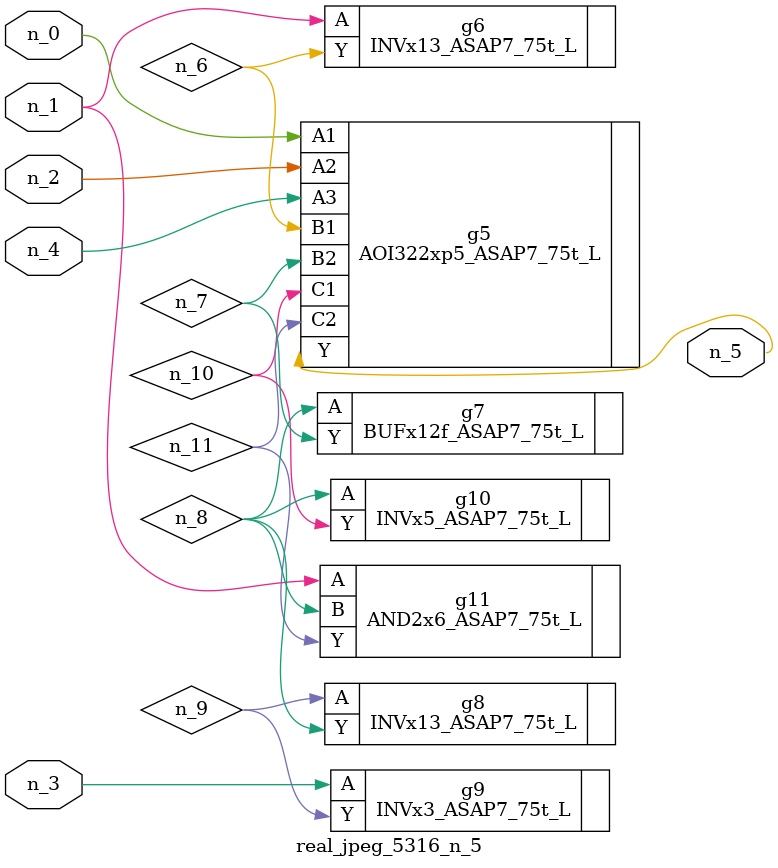
<source format=v>
module real_jpeg_5316_n_5 (n_4, n_0, n_1, n_2, n_3, n_5);

input n_4;
input n_0;
input n_1;
input n_2;
input n_3;

output n_5;

wire n_8;
wire n_11;
wire n_6;
wire n_7;
wire n_10;
wire n_9;

AOI322xp5_ASAP7_75t_L g5 ( 
.A1(n_0),
.A2(n_2),
.A3(n_4),
.B1(n_6),
.B2(n_7),
.C1(n_10),
.C2(n_11),
.Y(n_5)
);

INVx13_ASAP7_75t_L g6 ( 
.A(n_1),
.Y(n_6)
);

AND2x6_ASAP7_75t_L g11 ( 
.A(n_1),
.B(n_8),
.Y(n_11)
);

INVx3_ASAP7_75t_L g9 ( 
.A(n_3),
.Y(n_9)
);

BUFx12f_ASAP7_75t_L g7 ( 
.A(n_8),
.Y(n_7)
);

INVx5_ASAP7_75t_L g10 ( 
.A(n_8),
.Y(n_10)
);

INVx13_ASAP7_75t_L g8 ( 
.A(n_9),
.Y(n_8)
);


endmodule
</source>
